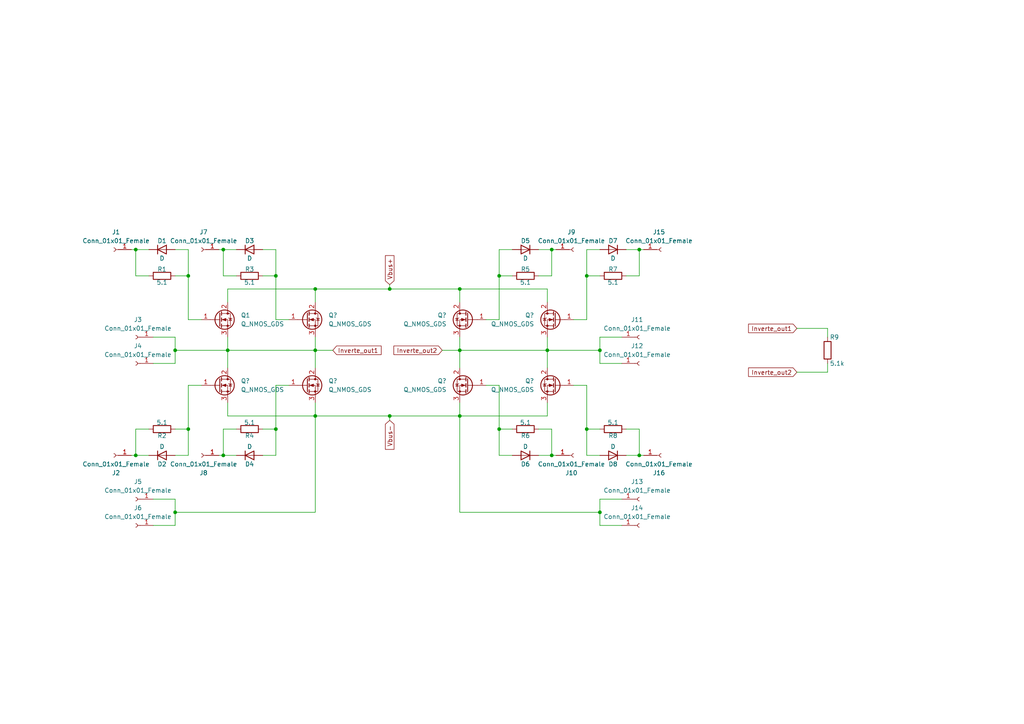
<source format=kicad_sch>
(kicad_sch (version 20211123) (generator eeschema)
  (paper "A4")
  (lib_symbols
    (symbol "Connector:Conn_01x01_Female" (pin_names (offset 1.016) hide)
      (property "Reference" "J" (at 0 2.54 0))
      (property "Value" "Conn_01x01_Female" (at 0 -2.54 0))
      (symbol "Conn_01x01_Female_1_1"
        (polyline (pts (xy -1.27 0) (xy -0.508 0)) (stroke (width 0.1524)))
        (arc (start 0 0.508) (mid -0.508 0) (end 0 -0.508) (stroke (width 0.1524)))
        (pin passive line (at -5.08 0 0) (length 3.81) (name "Pin_1") (number "1"))
      )
    )
    (symbol "Device:D" (pin_numbers hide) (pin_names (offset 1.016) hide)
      (property "Reference" "D" (at 0 2.54 0))
      (property "Value" "D" (at 0 -2.54 0))
      (symbol "D_0_1"
        (polyline (pts (xy -1.27 1.27) (xy -1.27 -1.27)) (stroke (width 0.254)))
        (polyline (pts (xy 1.27 0) (xy -1.27 0)))
        (polyline (pts (xy 1.27 1.27) (xy 1.27 -1.27) (xy -1.27 0) (xy 1.27 1.27)) (stroke (width 0.254)))
      )
      (symbol "D_1_1"
        (pin passive line (at -3.81 0 0) (length 2.54) (name "K") (number "1"))
        (pin passive line (at 3.81 0 180) (length 2.54) (name "A") (number "2"))
      )
    )
    (symbol "Device:Q_NMOS_GDS" (pin_names (offset 0) hide)
      (property "Reference" "Q" (at 5.08 1.27 0))
      (property "Value" "Q_NMOS_GDS" (at 5.08 -1.27 0))
      (symbol "Q_NMOS_GDS_0_1"
        (polyline (pts (xy 0.254 0) (xy -2.54 0)))
        (polyline (pts (xy 0.254 1.905) (xy 0.254 -1.905)) (stroke (width 0.254)))
        (polyline (pts (xy 0.762 -1.27) (xy 0.762 -2.286)) (stroke (width 0.254)))
        (polyline (pts (xy 0.762 0.508) (xy 0.762 -0.508)) (stroke (width 0.254)))
        (polyline (pts (xy 0.762 2.286) (xy 0.762 1.27)) (stroke (width 0.254)))
        (polyline (pts (xy 2.54 2.54) (xy 2.54 1.778)))
        (polyline (pts (xy 2.54 -2.54) (xy 2.54 0) (xy 0.762 0)))
        (polyline (pts (xy 0.762 -1.778) (xy 3.302 -1.778) (xy 3.302 1.778) (xy 0.762 1.778)))
        (polyline (pts (xy 1.016 0) (xy 2.032 0.381) (xy 2.032 -0.381) (xy 1.016 0)) (fill (type outline)))
        (polyline (pts (xy 2.794 0.508) (xy 2.921 0.381) (xy 3.683 0.381) (xy 3.81 0.254)))
        (polyline (pts (xy 3.302 0.381) (xy 2.921 -0.254) (xy 3.683 -0.254) (xy 3.302 0.381)))
        (circle (center 1.651 0) (radius 2.794) (stroke (width 0.254)))
        (circle (center 2.54 -1.778) (radius 0.254) (fill (type outline)))
        (circle (center 2.54 1.778) (radius 0.254) (fill (type outline)))
      )
      (symbol "Q_NMOS_GDS_1_1"
        (pin input line (at -5.08 0 0) (length 2.54) (name "G") (number "1"))
        (pin passive line (at 2.54 5.08 270) (length 2.54) (name "D") (number "2"))
        (pin passive line (at 2.54 -5.08 90) (length 2.54) (name "S") (number "3"))
      )
    )
    (symbol "Device:R" (pin_numbers hide) (pin_names (offset 0))
      (property "Reference" "R" (at 2.032 0 90))
      (property "Value" "R" (at 0 0 90))
      (symbol "R_0_1"
        (rectangle (start -1.016 -2.54) (end 1.016 2.54) (stroke (width 0.254)))
      )
      (symbol "R_1_1"
        (pin passive line (at 0 3.81 270) (length 1.27) (name "~") (number "1"))
        (pin passive line (at 0 -3.81 90) (length 1.27) (name "~") (number "2"))
      )
    )
  )
  (junction (at 54.61 124.46))
  (junction (at 64.77 132.08))
  (junction (at 80.01 80.01))
  (junction (at 91.44 101.6))
  (junction (at 133.35 120.65))
  (junction (at 173.99 101.6))
  (junction (at 133.35 101.6))
  (junction (at 160.02 132.08))
  (junction (at 50.8 101.6))
  (junction (at 133.35 83.82))
  (junction (at 160.02 72.39))
  (junction (at 80.01 124.46))
  (junction (at 144.78 80.01))
  (junction (at 91.44 120.65))
  (junction (at 66.04 101.6))
  (junction (at 173.99 148.59))
  (junction (at 185.42 72.39))
  (junction (at 54.61 80.01))
  (junction (at 39.37 72.39))
  (junction (at 158.75 101.6))
  (junction (at 64.77 72.39))
  (junction (at 170.18 80.01))
  (junction (at 50.8 148.59))
  (junction (at 144.78 124.46))
  (junction (at 113.03 83.82))
  (junction (at 170.18 124.46))
  (junction (at 185.42 132.08))
  (junction (at 39.37 132.08))
  (junction (at 91.44 83.82))
  (junction (at 113.03 120.65))
  (wire (pts (xy 50.8 132.08) (xy 54.61 132.08)))
  (wire (pts (xy 39.37 80.01) (xy 43.18 80.01)))
  (wire (pts (xy 173.99 148.59) (xy 173.99 152.4)))
  (wire (pts (xy 156.21 132.08) (xy 160.02 132.08)))
  (wire (pts (xy 68.58 72.39) (xy 64.77 72.39)))
  (wire (pts (xy 50.8 97.79) (xy 50.8 101.6)))
  (wire (pts (xy 50.8 101.6) (xy 66.04 101.6)))
  (wire (pts (xy 148.59 72.39) (xy 144.78 72.39)))
  (wire (pts (xy 160.02 72.39) (xy 160.02 80.01)))
  (wire (pts (xy 173.99 97.79) (xy 173.99 101.6)))
  (wire (pts (xy 170.18 72.39) (xy 170.18 80.01)))
  (wire (pts (xy 160.02 132.08) (xy 160.02 124.46)))
  (wire (pts (xy 173.99 148.59) (xy 133.35 148.59)))
  (wire (pts (xy 50.8 72.39) (xy 54.61 72.39)))
  (wire (pts (xy 158.75 116.84) (xy 158.75 120.65)))
  (wire (pts (xy 173.99 124.46) (xy 170.18 124.46)))
  (wire (pts (xy 180.34 97.79) (xy 173.99 97.79)))
  (wire (pts (xy 173.99 105.41) (xy 180.34 105.41)))
  (wire (pts (xy 91.44 101.6) (xy 66.04 101.6)))
  (wire (pts (xy 133.35 83.82) (xy 133.35 87.63)))
  (wire (pts (xy 156.21 72.39) (xy 160.02 72.39)))
  (wire (pts (xy 144.78 72.39) (xy 144.78 80.01)))
  (wire (pts (xy 76.2 124.46) (xy 80.01 124.46)))
  (wire (pts (xy 50.8 144.78) (xy 50.8 148.59)))
  (wire (pts (xy 91.44 83.82) (xy 113.03 83.82)))
  (wire (pts (xy 144.78 132.08) (xy 144.78 124.46)))
  (wire (pts (xy 173.99 101.6) (xy 158.75 101.6)))
  (wire (pts (xy 144.78 111.76) (xy 140.97 111.76)))
  (wire (pts (xy 54.61 92.71) (xy 58.42 92.71)))
  (wire (pts (xy 170.18 92.71) (xy 166.37 92.71)))
  (wire (pts (xy 50.8 80.01) (xy 54.61 80.01)))
  (wire (pts (xy 144.78 80.01) (xy 144.78 92.71)))
  (wire (pts (xy 50.8 105.41) (xy 44.45 105.41)))
  (wire (pts (xy 50.8 152.4) (xy 44.45 152.4)))
  (wire (pts (xy 133.35 101.6) (xy 158.75 101.6)))
  (wire (pts (xy 44.45 97.79) (xy 50.8 97.79)))
  (wire (pts (xy 66.04 101.6) (xy 66.04 97.79)))
  (wire (pts (xy 66.04 101.6) (xy 66.04 106.68)))
  (wire (pts (xy 158.75 120.65) (xy 133.35 120.65)))
  (wire (pts (xy 173.99 132.08) (xy 170.18 132.08)))
  (wire (pts (xy 50.8 124.46) (xy 54.61 124.46)))
  (wire (pts (xy 148.59 124.46) (xy 144.78 124.46)))
  (wire (pts (xy 91.44 120.65) (xy 113.03 120.65)))
  (wire (pts (xy 76.2 72.39) (xy 80.01 72.39)))
  (wire (pts (xy 80.01 132.08) (xy 80.01 124.46)))
  (wire (pts (xy 39.37 72.39) (xy 39.37 80.01)))
  (wire (pts (xy 91.44 101.6) (xy 91.44 106.68)))
  (wire (pts (xy 68.58 132.08) (xy 64.77 132.08)))
  (wire (pts (xy 148.59 132.08) (xy 144.78 132.08)))
  (wire (pts (xy 240.03 95.25) (xy 240.03 97.79)))
  (wire (pts (xy 158.75 101.6) (xy 158.75 106.68)))
  (wire (pts (xy 186.69 132.08) (xy 185.42 132.08)))
  (wire (pts (xy 161.29 72.39) (xy 160.02 72.39)))
  (wire (pts (xy 148.59 80.01) (xy 144.78 80.01)))
  (wire (pts (xy 39.37 124.46) (xy 43.18 124.46)))
  (wire (pts (xy 91.44 101.6) (xy 96.52 101.6)))
  (wire (pts (xy 160.02 80.01) (xy 156.21 80.01)))
  (wire (pts (xy 76.2 80.01) (xy 80.01 80.01)))
  (wire (pts (xy 113.03 120.65) (xy 133.35 120.65)))
  (wire (pts (xy 54.61 132.08) (xy 54.61 124.46)))
  (wire (pts (xy 80.01 124.46) (xy 80.01 111.76)))
  (wire (pts (xy 91.44 148.59) (xy 91.44 120.65)))
  (wire (pts (xy 63.5 72.39) (xy 64.77 72.39)))
  (wire (pts (xy 185.42 72.39) (xy 185.42 80.01)))
  (wire (pts (xy 66.04 83.82) (xy 91.44 83.82)))
  (wire (pts (xy 144.78 124.46) (xy 144.78 111.76)))
  (wire (pts (xy 231.14 95.25) (xy 240.03 95.25)))
  (wire (pts (xy 80.01 72.39) (xy 80.01 80.01)))
  (wire (pts (xy 170.18 111.76) (xy 166.37 111.76)))
  (wire (pts (xy 113.03 82.55) (xy 113.03 83.82)))
  (wire (pts (xy 158.75 83.82) (xy 133.35 83.82)))
  (wire (pts (xy 158.75 101.6) (xy 158.75 97.79)))
  (wire (pts (xy 50.8 148.59) (xy 91.44 148.59)))
  (wire (pts (xy 173.99 80.01) (xy 170.18 80.01)))
  (wire (pts (xy 161.29 132.08) (xy 160.02 132.08)))
  (wire (pts (xy 63.5 132.08) (xy 64.77 132.08)))
  (wire (pts (xy 173.99 152.4) (xy 180.34 152.4)))
  (wire (pts (xy 54.61 72.39) (xy 54.61 80.01)))
  (wire (pts (xy 39.37 132.08) (xy 39.37 124.46)))
  (wire (pts (xy 91.44 97.79) (xy 91.44 101.6)))
  (wire (pts (xy 80.01 92.71) (xy 83.82 92.71)))
  (wire (pts (xy 173.99 101.6) (xy 173.99 105.41)))
  (wire (pts (xy 186.69 72.39) (xy 185.42 72.39)))
  (wire (pts (xy 91.44 120.65) (xy 91.44 116.84)))
  (wire (pts (xy 66.04 87.63) (xy 66.04 83.82)))
  (wire (pts (xy 133.35 148.59) (xy 133.35 120.65)))
  (wire (pts (xy 54.61 80.01) (xy 54.61 92.71)))
  (wire (pts (xy 54.61 124.46) (xy 54.61 111.76)))
  (wire (pts (xy 144.78 92.71) (xy 140.97 92.71)))
  (wire (pts (xy 173.99 144.78) (xy 173.99 148.59)))
  (wire (pts (xy 185.42 80.01) (xy 181.61 80.01)))
  (wire (pts (xy 185.42 132.08) (xy 185.42 124.46)))
  (wire (pts (xy 38.1 132.08) (xy 39.37 132.08)))
  (wire (pts (xy 181.61 72.39) (xy 185.42 72.39)))
  (wire (pts (xy 91.44 83.82) (xy 91.44 87.63)))
  (wire (pts (xy 240.03 105.41) (xy 240.03 107.95)))
  (wire (pts (xy 80.01 111.76) (xy 83.82 111.76)))
  (wire (pts (xy 133.35 97.79) (xy 133.35 101.6)))
  (wire (pts (xy 66.04 116.84) (xy 66.04 120.65)))
  (wire (pts (xy 64.77 80.01) (xy 68.58 80.01)))
  (wire (pts (xy 128.27 101.6) (xy 133.35 101.6)))
  (wire (pts (xy 231.14 107.95) (xy 240.03 107.95)))
  (wire (pts (xy 43.18 72.39) (xy 39.37 72.39)))
  (wire (pts (xy 133.35 101.6) (xy 133.35 106.68)))
  (wire (pts (xy 66.04 120.65) (xy 91.44 120.65)))
  (wire (pts (xy 80.01 80.01) (xy 80.01 92.71)))
  (wire (pts (xy 64.77 132.08) (xy 64.77 124.46)))
  (wire (pts (xy 113.03 83.82) (xy 133.35 83.82)))
  (wire (pts (xy 38.1 72.39) (xy 39.37 72.39)))
  (wire (pts (xy 64.77 124.46) (xy 68.58 124.46)))
  (wire (pts (xy 50.8 101.6) (xy 50.8 105.41)))
  (wire (pts (xy 180.34 144.78) (xy 173.99 144.78)))
  (wire (pts (xy 170.18 124.46) (xy 170.18 111.76)))
  (wire (pts (xy 170.18 80.01) (xy 170.18 92.71)))
  (wire (pts (xy 185.42 124.46) (xy 181.61 124.46)))
  (wire (pts (xy 158.75 87.63) (xy 158.75 83.82)))
  (wire (pts (xy 181.61 132.08) (xy 185.42 132.08)))
  (wire (pts (xy 76.2 132.08) (xy 80.01 132.08)))
  (wire (pts (xy 160.02 124.46) (xy 156.21 124.46)))
  (wire (pts (xy 43.18 132.08) (xy 39.37 132.08)))
  (wire (pts (xy 50.8 148.59) (xy 50.8 152.4)))
  (wire (pts (xy 64.77 72.39) (xy 64.77 80.01)))
  (wire (pts (xy 173.99 72.39) (xy 170.18 72.39)))
  (wire (pts (xy 133.35 120.65) (xy 133.35 116.84)))
  (wire (pts (xy 113.03 120.65) (xy 113.03 121.92)))
  (wire (pts (xy 44.45 144.78) (xy 50.8 144.78)))
  (wire (pts (xy 54.61 111.76) (xy 58.42 111.76)))
  (wire (pts (xy 170.18 132.08) (xy 170.18 124.46)))
  (global_label "Inverte_out1" (shape input) (at 231.14 95.25 180) (property "Intersheet References" "${INTERSHEET_REFS}" (effects hide)))
  (global_label "Inverte_out2" (shape input) (at 128.27 101.6 180) (property "Intersheet References" "${INTERSHEET_REFS}" (effects hide)))
  (global_label "Inverte_out1" (shape input) (at 96.52 101.6 0) (property "Intersheet References" "${INTERSHEET_REFS}" (effects hide)))
  (global_label "Vbus+" (shape input) (at 113.03 82.55 90) (property "Intersheet References" "${INTERSHEET_REFS}" (effects hide)))
  (global_label "Inverte_out2" (shape input) (at 231.14 107.95 180) (property "Intersheet References" "${INTERSHEET_REFS}" (effects hide)))
  (global_label "Vbus-" (shape input) (at 113.03 121.92 270) (property "Intersheet References" "${INTERSHEET_REFS}" (effects hide)))
  (symbol (lib_id "Connector:Conn_01x01_Female") (at 185.42 144.78 0) (mirror x) (unit 1)
    (property "Reference" "J13" (at 184.785 139.7 0))
    (property "Value" "Conn_01x01_Female" (at 184.785 142.24 0))
    (property "Footprint" "Connector_PinSocket_2.54mm:PinSocket_1x01_P2.54mm_Vertical" (effects hide))
  )
  (symbol (lib_id "Device:Q_NMOS_GDS") (at 88.9 92.71 0) (unit 1)
    (property "Reference" "Q?" (at 95.25 91.4399 0) (effects (justify left)))
    (property "Value" "Q_NMOS_GDS" (at 95.25 93.9799 0) (effects (justify left)))
    (property "Footprint" "Package_TO_SOT_SMD:TO-3P-SideMount" (effects hide))
  )
  (symbol (lib_id "Device:R") (at 46.99 80.01 90) (unit 1)
    (property "Reference" "R1" (at 46.99 78.105 90))
    (property "Value" "5.1" (at 46.99 81.915 90))
    (property "Footprint" "Resistor_SMD:R_1206_3216Metric" (effects hide))
  )
  (symbol (lib_id "Connector:Conn_01x01_Female") (at 185.42 97.79 0) (mirror x) (unit 1)
    (property "Reference" "J11" (at 184.785 92.71 0))
    (property "Value" "Conn_01x01_Female" (at 184.785 95.25 0))
    (property "Footprint" "Connector_PinSocket_2.54mm:PinSocket_1x01_P2.54mm_Vertical" (effects hide))
  )
  (symbol (lib_id "Device:Q_NMOS_GDS") (at 161.29 92.71 0) (mirror y) (unit 1)
    (property "Reference" "Q?" (at 154.94 91.4399 0) (effects (justify left)))
    (property "Value" "Q_NMOS_GDS" (at 154.94 93.9799 0) (effects (justify left)))
    (property "Footprint" "Package_TO_SOT_SMD:TO-3P-SideMount" (effects hide))
  )
  (symbol (lib_id "Device:R") (at 152.4 124.46 270) (unit 1)
    (property "Reference" "R6" (at 152.4 126.365 90))
    (property "Value" "5.1" (at 152.4 122.555 90))
    (property "Footprint" "Resistor_SMD:R_1206_3216Metric" (effects hide))
  )
  (symbol (lib_id "Device:R") (at 152.4 80.01 270) (mirror x) (unit 1)
    (property "Reference" "R5" (at 152.4 78.105 90))
    (property "Value" "5.1" (at 152.4 81.915 90))
    (property "Footprint" "Resistor_SMD:R_1206_3216Metric" (effects hide))
  )
  (symbol (lib_id "Device:R") (at 177.8 80.01 270) (mirror x) (unit 1)
    (property "Reference" "R7" (at 177.8 78.105 90))
    (property "Value" "5.1" (at 177.8 81.915 90))
    (property "Footprint" "Resistor_SMD:R_1206_3216Metric" (effects hide))
  )
  (symbol (lib_id "Device:R") (at 240.03 101.6 180) (unit 1)
    (property "Reference" "R9" (at 240.665 97.79 0) (effects (justify right)))
    (property "Value" "5.1k" (at 240.665 105.41 0) (effects (justify right)))
    (property "Footprint" "Resistor_SMD:R_0805_2012Metric" (effects hide))
  )
  (symbol (lib_id "Device:D") (at 152.4 132.08 180) (unit 1)
    (property "Reference" "D6" (at 152.4 134.62 0))
    (property "Value" "D" (at 152.4 129.54 0))
    (property "Footprint" "Diode_SMD:D_0805_2012Metric" (effects hide))
  )
  (symbol (lib_id "Connector:Conn_01x01_Female") (at 33.02 72.39 180) (unit 1)
    (property "Reference" "J1" (at 33.655 67.31 0))
    (property "Value" "Conn_01x01_Female" (at 33.655 69.85 0))
  )
  (symbol (lib_id "Device:D") (at 46.99 132.08 0) (mirror x) (unit 1)
    (property "Reference" "D2" (at 46.99 134.62 0))
    (property "Value" "D" (at 46.99 129.54 0))
    (property "Footprint" "Diode_SMD:D_0805_2012Metric" (effects hide))
  )
  (symbol (lib_id "Connector:Conn_01x01_Female") (at 191.77 72.39 0) (mirror x) (unit 1)
    (property "Reference" "J15" (at 191.135 67.31 0))
    (property "Value" "Conn_01x01_Female" (at 191.135 69.85 0))
    (property "Footprint" "Connector_PinSocket_2.54mm:PinSocket_1x01_P2.54mm_Vertical" (effects hide))
  )
  (symbol (lib_id "Connector:Conn_01x01_Female") (at 39.37 97.79 180) (unit 1)
    (property "Reference" "J3" (at 40.005 92.71 0))
    (property "Value" "Conn_01x01_Female" (at 40.005 95.25 0))
    (property "Footprint" "Connector_PinSocket_2.54mm:PinSocket_1x01_P2.54mm_Vertical" (effects hide))
  )
  (symbol (lib_id "Device:D") (at 72.39 132.08 0) (mirror x) (unit 1)
    (property "Reference" "D4" (at 72.39 134.62 0))
    (property "Value" "D" (at 72.39 129.54 0))
    (property "Footprint" "Diode_SMD:D_0805_2012Metric" (effects hide))
  )
  (symbol (lib_id "Device:Q_NMOS_GDS") (at 161.29 111.76 0) (mirror y) (unit 1)
    (property "Reference" "Q?" (at 154.94 110.4899 0) (effects (justify left)))
    (property "Value" "Q_NMOS_GDS" (at 154.94 113.0299 0) (effects (justify left)))
    (property "Footprint" "Package_TO_SOT_SMD:TO-3P-SideMount" (effects hide))
  )
  (symbol (lib_id "Device:Q_NMOS_GDS") (at 135.89 92.71 0) (mirror y) (unit 1)
    (property "Reference" "Q?" (at 129.54 91.4399 0) (effects (justify left)))
    (property "Value" "Q_NMOS_GDS" (at 129.54 93.9799 0) (effects (justify left)))
    (property "Footprint" "Package_TO_SOT_SMD:TO-3P-SideMount" (effects hide))
  )
  (symbol (lib_id "Connector:Conn_01x01_Female") (at 39.37 105.41 180) (unit 1)
    (property "Reference" "J4" (at 40.005 100.33 0))
    (property "Value" "Conn_01x01_Female" (at 40.005 102.87 0))
    (property "Footprint" "Connector_PinSocket_2.54mm:PinSocket_1x01_P2.54mm_Vertical" (effects hide))
  )
  (symbol (lib_id "Device:Q_NMOS_GDS") (at 88.9 111.76 0) (unit 1)
    (property "Reference" "Q?" (at 95.25 110.4899 0) (effects (justify left)))
    (property "Value" "Q_NMOS_GDS" (at 95.25 113.0299 0) (effects (justify left)))
    (property "Footprint" "Package_TO_SOT_SMD:TO-3P-SideMount" (effects hide))
  )
  (symbol (lib_id "Connector:Conn_01x01_Female") (at 185.42 105.41 0) (mirror x) (unit 1)
    (property "Reference" "J12" (at 184.785 100.33 0))
    (property "Value" "Conn_01x01_Female" (at 184.785 102.87 0))
    (property "Footprint" "Connector_PinSocket_2.54mm:PinSocket_1x01_P2.54mm_Vertical" (effects hide))
  )
  (symbol (lib_id "Device:Q_NMOS_GDS") (at 63.5 111.76 0) (unit 1)
    (property "Reference" "Q?" (at 69.85 110.4899 0) (effects (justify left)))
    (property "Value" "Q_NMOS_GDS" (at 69.85 113.0299 0) (effects (justify left)))
    (property "Footprint" "Package_TO_SOT_SMD:TO-3P-SideMount" (effects hide))
  )
  (symbol (lib_id "Connector:Conn_01x01_Female") (at 185.42 152.4 0) (mirror x) (unit 1)
    (property "Reference" "J14" (at 184.785 147.32 0))
    (property "Value" "Conn_01x01_Female" (at 184.785 149.86 0))
    (property "Footprint" "Connector_PinSocket_2.54mm:PinSocket_1x01_P2.54mm_Vertical" (effects hide))
  )
  (symbol (lib_id "Device:R") (at 46.99 124.46 90) (mirror x) (unit 1)
    (property "Reference" "R2" (at 46.99 126.365 90))
    (property "Value" "5.1" (at 46.99 122.555 90))
    (property "Footprint" "Resistor_SMD:R_1206_3216Metric" (effects hide))
  )
  (symbol (lib_id "Device:R") (at 177.8 124.46 270) (unit 1)
    (property "Reference" "R8" (at 177.8 126.365 90))
    (property "Value" "5.1" (at 177.8 122.555 90))
    (property "Footprint" "Resistor_SMD:R_1206_3216Metric" (effects hide))
  )
  (symbol (lib_id "Connector:Conn_01x01_Female") (at 58.42 132.08 0) (mirror y) (unit 1)
    (property "Reference" "J8" (at 59.055 137.16 0))
    (property "Value" "Conn_01x01_Female" (at 59.055 134.62 0))
    (property "Footprint" "Connector_PinSocket_2.54mm:PinSocket_1x01_P2.54mm_Vertical" (effects hide))
  )
  (symbol (lib_id "Connector:Conn_01x01_Female") (at 166.37 72.39 0) (mirror x) (unit 1)
    (property "Reference" "J9" (at 165.735 67.31 0))
    (property "Value" "Conn_01x01_Female" (at 165.735 69.85 0))
    (property "Footprint" "Connector_PinSocket_2.54mm:PinSocket_1x01_P2.54mm_Vertical" (effects hide))
  )
  (symbol (lib_id "Device:Q_NMOS_GDS") (at 63.5 92.71 0) (unit 1)
    (property "Reference" "Q1" (at 69.85 91.4399 0) (effects (justify left)))
    (property "Value" "Q_NMOS_GDS" (at 69.85 93.9799 0) (effects (justify left)))
    (property "Footprint" "Package_TO_SOT_SMD:TO-3P-SideMount" (effects hide))
  )
  (symbol (lib_id "Device:Q_NMOS_GDS") (at 135.89 111.76 0) (mirror y) (unit 1)
    (property "Reference" "Q?" (at 129.54 110.4899 0) (effects (justify left)))
    (property "Value" "Q_NMOS_GDS" (at 129.54 113.0299 0) (effects (justify left)))
    (property "Footprint" "Package_TO_SOT_SMD:TO-3P-SideMount" (effects hide))
  )
  (symbol (lib_id "Device:D") (at 152.4 72.39 0) (mirror y) (unit 1)
    (property "Reference" "D5" (at 152.4 69.85 0))
    (property "Value" "D" (at 152.4 74.93 0))
    (property "Footprint" "Diode_SMD:D_0805_2012Metric" (effects hide))
  )
  (symbol (lib_id "Connector:Conn_01x01_Female") (at 33.02 132.08 0) (mirror y) (unit 1)
    (property "Reference" "J2" (at 33.655 137.16 0))
    (property "Value" "Conn_01x01_Female" (at 33.655 134.62 0))
    (property "Footprint" "Connector_PinSocket_2.54mm:PinSocket_1x01_P2.54mm_Vertical" (effects hide))
  )
  (symbol (lib_id "Connector:Conn_01x01_Female") (at 39.37 144.78 180) (unit 1)
    (property "Reference" "J5" (at 40.005 139.7 0))
    (property "Value" "Conn_01x01_Female" (at 40.005 142.24 0))
    (property "Footprint" "Connector_PinSocket_2.54mm:PinSocket_1x01_P2.54mm_Vertical" (effects hide))
  )
  (symbol (lib_id "Connector:Conn_01x01_Female") (at 58.42 72.39 180) (unit 1)
    (property "Reference" "J7" (at 59.055 67.31 0))
    (property "Value" "Conn_01x01_Female" (at 59.055 69.85 0))
    (property "Footprint" "Connector_PinSocket_2.54mm:PinSocket_1x01_P2.54mm_Vertical" (effects hide))
  )
  (symbol (lib_id "Device:D") (at 72.39 72.39 0) (unit 1)
    (property "Reference" "D3" (at 72.39 69.85 0))
    (property "Value" "D" (at 72.39 74.93 0))
    (property "Footprint" "Diode_SMD:D_0805_2012Metric" (effects hide))
  )
  (symbol (lib_id "Device:R") (at 72.39 80.01 90) (unit 1)
    (property "Reference" "R3" (at 72.39 78.105 90))
    (property "Value" "5.1" (at 72.39 81.915 90))
    (property "Footprint" "Resistor_SMD:R_1206_3216Metric" (effects hide))
  )
  (symbol (lib_id "Connector:Conn_01x01_Female") (at 39.37 152.4 180) (unit 1)
    (property "Reference" "J6" (at 40.005 147.32 0))
    (property "Value" "Conn_01x01_Female" (at 40.005 149.86 0))
    (property "Footprint" "Connector_PinSocket_2.54mm:PinSocket_1x01_P2.54mm_Vertical" (effects hide))
  )
  (symbol (lib_id "Device:D") (at 177.8 72.39 0) (mirror y) (unit 1)
    (property "Reference" "D7" (at 177.8 69.85 0))
    (property "Value" "D" (at 177.8 74.93 0))
    (property "Footprint" "Diode_SMD:D_0805_2012Metric" (effects hide))
  )
  (symbol (lib_id "Connector:Conn_01x01_Female") (at 166.37 132.08 0) (unit 1)
    (property "Reference" "J10" (at 165.735 137.16 0))
    (property "Value" "Conn_01x01_Female" (at 165.735 134.62 0))
    (property "Footprint" "Connector_PinSocket_2.54mm:PinSocket_1x01_P2.54mm_Vertical" (effects hide))
  )
  (symbol (lib_id "Device:D") (at 46.99 72.39 0) (unit 1)
    (property "Reference" "D1" (at 46.99 69.85 0))
    (property "Value" "D" (at 46.99 74.93 0))
    (property "Footprint" "Diode_SMD:D_0805_2012Metric" (effects hide))
  )
  (symbol (lib_id "Device:R") (at 72.39 124.46 90) (mirror x) (unit 1)
    (property "Reference" "R4" (at 72.39 126.365 90))
    (property "Value" "5.1" (at 72.39 122.555 90))
    (property "Footprint" "Resistor_SMD:R_1206_3216Metric" (effects hide))
  )
  (symbol (lib_id "Connector:Conn_01x01_Female") (at 191.77 132.08 0) (unit 1)
    (property "Reference" "J16" (at 191.135 137.16 0))
    (property "Value" "Conn_01x01_Female" (at 191.135 134.62 0))
    (property "Footprint" "Connector_PinSocket_2.54mm:PinSocket_1x01_P2.54mm_Vertical" (effects hide))
  )
  (symbol (lib_id "Device:D") (at 177.8 132.08 180) (unit 1)
    (property "Reference" "D8" (at 177.8 134.62 0))
    (property "Value" "D" (at 177.8 129.54 0))
    (property "Footprint" "Diode_SMD:D_0805_2012Metric" (effects hide))
  )
)
</source>
